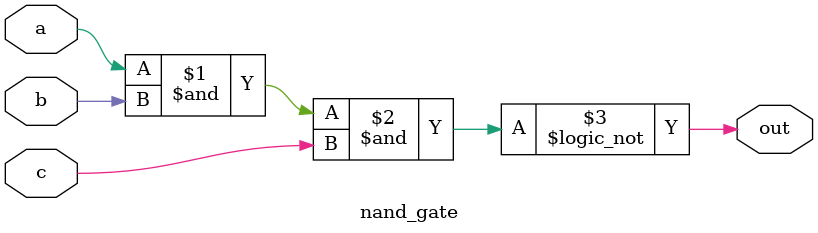
<source format=v>
module nand_gate(
    input a,
    input b,
    input c,
    output out
);

assign out = ! (a & b & c);

endmodule
</source>
